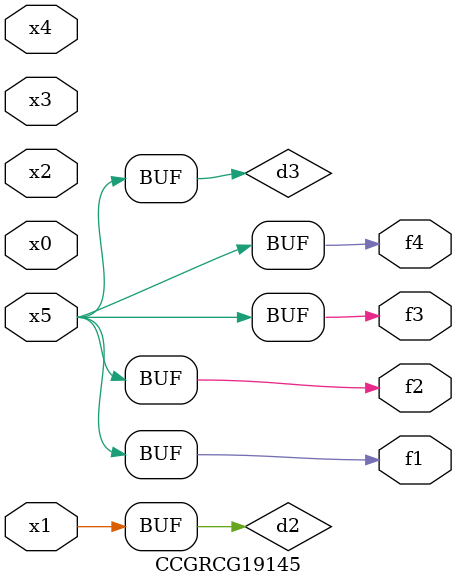
<source format=v>
module CCGRCG19145(
	input x0, x1, x2, x3, x4, x5,
	output f1, f2, f3, f4
);

	wire d1, d2, d3;

	not (d1, x5);
	or (d2, x1);
	xnor (d3, d1);
	assign f1 = d3;
	assign f2 = d3;
	assign f3 = d3;
	assign f4 = d3;
endmodule

</source>
